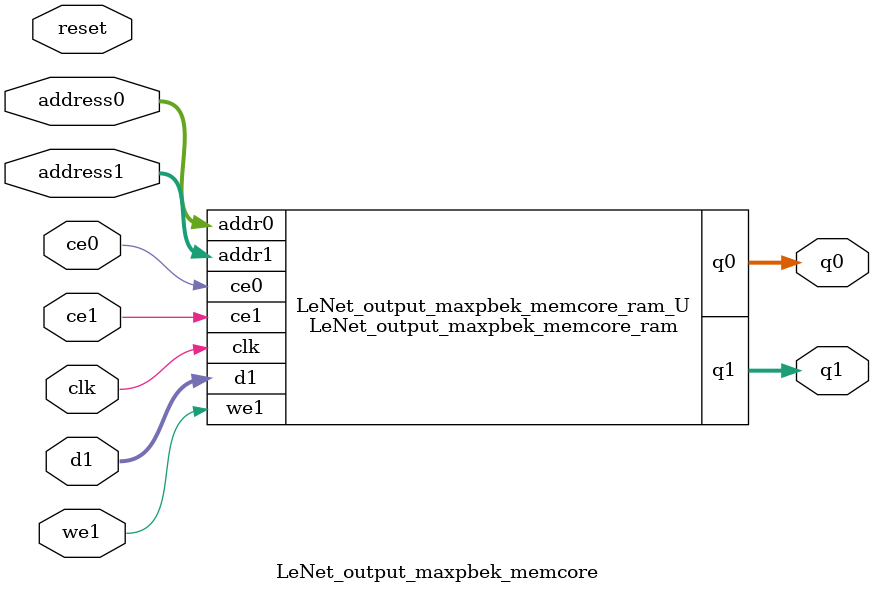
<source format=v>
`timescale 1 ns / 1 ps
module LeNet_output_maxpbek_memcore_ram (addr0, ce0, q0, addr1, ce1, d1, we1, q1,  clk);

parameter DWIDTH = 32;
parameter AWIDTH = 8;
parameter MEM_SIZE = 200;

input[AWIDTH-1:0] addr0;
input ce0;
output reg[DWIDTH-1:0] q0;
input[AWIDTH-1:0] addr1;
input ce1;
input[DWIDTH-1:0] d1;
input we1;
output reg[DWIDTH-1:0] q1;
input clk;

(* ram_style = "block" *)reg [DWIDTH-1:0] ram[0:MEM_SIZE-1];




always @(posedge clk)  
begin 
    if (ce0) 
    begin
        q0 <= ram[addr0];
    end
end


always @(posedge clk)  
begin 
    if (ce1) 
    begin
        if (we1) 
        begin 
            ram[addr1] <= d1; 
        end 
        q1 <= ram[addr1];
    end
end


endmodule

`timescale 1 ns / 1 ps
module LeNet_output_maxpbek_memcore(
    reset,
    clk,
    address0,
    ce0,
    q0,
    address1,
    ce1,
    we1,
    d1,
    q1);

parameter DataWidth = 32'd32;
parameter AddressRange = 32'd200;
parameter AddressWidth = 32'd8;
input reset;
input clk;
input[AddressWidth - 1:0] address0;
input ce0;
output[DataWidth - 1:0] q0;
input[AddressWidth - 1:0] address1;
input ce1;
input we1;
input[DataWidth - 1:0] d1;
output[DataWidth - 1:0] q1;



LeNet_output_maxpbek_memcore_ram LeNet_output_maxpbek_memcore_ram_U(
    .clk( clk ),
    .addr0( address0 ),
    .ce0( ce0 ),
    .q0( q0 ),
    .addr1( address1 ),
    .ce1( ce1 ),
    .we1( we1 ),
    .d1( d1 ),
    .q1( q1 ));

endmodule


</source>
